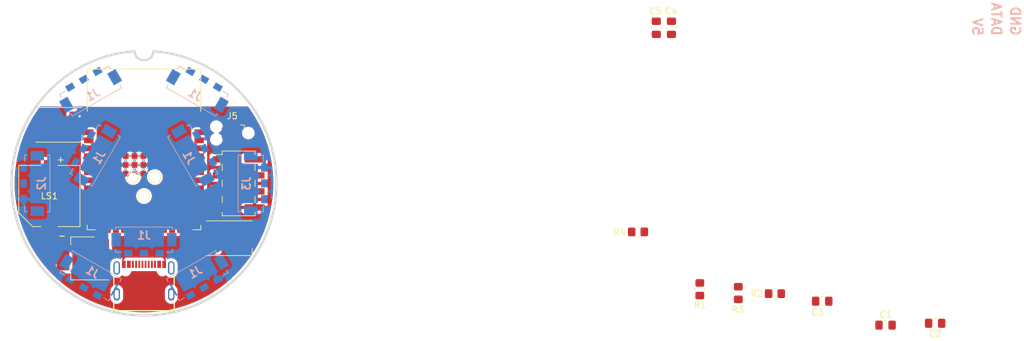
<source format=kicad_pcb>
(kicad_pcb (version 20211014) (generator pcbnew)

  (general
    (thickness 1.6)
  )

  (paper "A4")
  (layers
    (0 "F.Cu" signal)
    (31 "B.Cu" signal)
    (32 "B.Adhes" user "B.Adhesive")
    (33 "F.Adhes" user "F.Adhesive")
    (34 "B.Paste" user)
    (35 "F.Paste" user)
    (36 "B.SilkS" user "B.Silkscreen")
    (37 "F.SilkS" user "F.Silkscreen")
    (38 "B.Mask" user)
    (39 "F.Mask" user)
    (40 "Dwgs.User" user "User.Drawings")
    (41 "Cmts.User" user "User.Comments")
    (42 "Eco1.User" user "User.Eco1")
    (43 "Eco2.User" user "User.Eco2")
    (44 "Edge.Cuts" user)
    (45 "Margin" user)
    (46 "B.CrtYd" user "B.Courtyard")
    (47 "F.CrtYd" user "F.Courtyard")
    (48 "B.Fab" user)
    (49 "F.Fab" user)
    (50 "User.1" user)
    (51 "User.2" user)
    (52 "User.3" user)
    (53 "User.4" user)
    (54 "User.5" user)
    (55 "User.6" user)
    (56 "User.7" user)
    (57 "User.8" user)
    (58 "User.9" user)
  )

  (setup
    (stackup
      (layer "F.SilkS" (type "Top Silk Screen"))
      (layer "F.Paste" (type "Top Solder Paste"))
      (layer "F.Mask" (type "Top Solder Mask") (thickness 0.01))
      (layer "F.Cu" (type "copper") (thickness 0.035))
      (layer "dielectric 1" (type "core") (thickness 1.51) (material "FR4") (epsilon_r 4.5) (loss_tangent 0.02))
      (layer "B.Cu" (type "copper") (thickness 0.035))
      (layer "B.Mask" (type "Bottom Solder Mask") (thickness 0.01))
      (layer "B.Paste" (type "Bottom Solder Paste"))
      (layer "B.SilkS" (type "Bottom Silk Screen"))
      (copper_finish "None")
      (dielectric_constraints no)
    )
    (pad_to_mask_clearance 0)
    (pcbplotparams
      (layerselection 0x00010fc_ffffffff)
      (disableapertmacros false)
      (usegerberextensions false)
      (usegerberattributes true)
      (usegerberadvancedattributes true)
      (creategerberjobfile true)
      (svguseinch false)
      (svgprecision 6)
      (excludeedgelayer true)
      (plotframeref false)
      (viasonmask false)
      (mode 1)
      (useauxorigin false)
      (hpglpennumber 1)
      (hpglpenspeed 20)
      (hpglpendiameter 15.000000)
      (dxfpolygonmode true)
      (dxfimperialunits true)
      (dxfusepcbnewfont true)
      (psnegative false)
      (psa4output false)
      (plotreference true)
      (plotvalue true)
      (plotinvisibletext false)
      (sketchpadsonfab false)
      (subtractmaskfromsilk false)
      (outputformat 1)
      (mirror false)
      (drillshape 0)
      (scaleselection 1)
      (outputdirectory "gerber/")
    )
  )

  (net 0 "")
  (net 1 "+5V")
  (net 2 "GND")
  (net 3 "+3V3")
  (net 4 "ESP_EN")
  (net 5 "WS2812_LED")
  (net 6 "ESP_TX")
  (net 7 "ESP_RX")
  (net 8 "ESP_IO0")
  (net 9 "ESP_D+")
  (net 10 "USB_D+")
  (net 11 "ESP_D-")
  (net 12 "USB_D-")
  (net 13 "Net-(J4-PadB5)")
  (net 14 "Net-(J4-PadS1)")
  (net 15 "Net-(J4-PadA5)")
  (net 16 "unconnected-(J4-PadA8)")
  (net 17 "unconnected-(J4-PadB8)")
  (net 18 "BUZZER")
  (net 19 "unconnected-(U2-Pad4)")
  (net 20 "unconnected-(U2-Pad5)")
  (net 21 "unconnected-(U2-Pad6)")
  (net 22 "unconnected-(U2-Pad7)")
  (net 23 "unconnected-(U2-Pad8)")
  (net 24 "unconnected-(U2-Pad9)")
  (net 25 "LED")
  (net 26 "unconnected-(U2-Pad11)")
  (net 27 "unconnected-(U2-Pad12)")
  (net 28 "unconnected-(U2-Pad15)")
  (net 29 "unconnected-(U2-Pad16)")
  (net 30 "unconnected-(U2-Pad17)")
  (net 31 "unconnected-(U2-Pad18)")
  (net 32 "unconnected-(U2-Pad19)")
  (net 33 "unconnected-(U2-Pad20)")
  (net 34 "unconnected-(U2-Pad21)")
  (net 35 "unconnected-(U2-Pad22)")
  (net 36 "unconnected-(U2-Pad24)")
  (net 37 "unconnected-(U2-Pad26)")
  (net 38 "unconnected-(U2-Pad28)")
  (net 39 "unconnected-(U2-Pad29)")
  (net 40 "unconnected-(U2-Pad30)")
  (net 41 "unconnected-(U2-Pad31)")
  (net 42 "unconnected-(U2-Pad32)")
  (net 43 "unconnected-(U2-Pad33)")
  (net 44 "unconnected-(U2-Pad34)")
  (net 45 "unconnected-(U2-Pad35)")
  (net 46 "unconnected-(U2-Pad38)")
  (net 47 "unconnected-(U2-Pad39)")
  (net 48 "unconnected-(D2-Pad2)")
  (net 49 "unconnected-(J7-Pad3)")
  (net 50 "unconnected-(J7-Pad4)")
  (net 51 "unconnected-(J7-Pad5)")
  (net 52 "unconnected-(J7-Pad6)")
  (net 53 "unconnected-(J7-Pad7)")
  (net 54 "unconnected-(D1-Pad2)")

  (footprint "LED_SMD:LED_WS2812B_PLCC4_5.0x5.0mm_P3.2mm" (layer "F.Cu") (at 63.5 58.7))

  (footprint "TestPoint:TestPoint_Pad_D1.5mm" (layer "F.Cu") (at 51.73 49))

  (footprint "TestPoint:TestPoint_Pad_D1.5mm" (layer "F.Cu") (at 48.27 49))

  (footprint "Resistor_SMD:R_0805_2012Metric_Pad1.20x1.40mm_HandSolder" (layer "F.Cu") (at 150 67.5 180))

  (footprint "CMI-9705-0380-SMT-TR:CUI_CMI-9705-0380-SMT-TR" (layer "F.Cu") (at 35 52))

  (footprint "AMS1117:SOT-223-3Lead_TabPin2" (layer "F.Cu") (at 40.3 61.9 180))

  (footprint "Capacitor_SMD:C_0805_2012Metric_Pad1.18x1.45mm_HandSolder" (layer "F.Cu") (at 157.5 68.7))

  (footprint "Resistor_SMD:R_0805_2012Metric_Pad1.20x1.40mm_HandSolder" (layer "F.Cu") (at 144.2 67.4 -90))

  (footprint "Connector_PinHeader_2.54mm:PinHeader_2x04_P2.54mm_Vertical_SMD" (layer "F.Cu") (at 65 50))

  (footprint "Capacitor_SMD:C_0805_2012Metric_Pad1.18x1.45mm_HandSolder" (layer "F.Cu") (at 131.2 25.3 90))

  (footprint "LED_SMD:LED_WS2812B_PLCC4_5.0x5.0mm_P3.2mm" (layer "F.Cu") (at 36.5 40.7))

  (footprint "Connector:Tag-Connect_TC2030-IDC-NL_2x03_P1.27mm_Vertical" (layer "F.Cu") (at 64 42 180))

  (footprint "ESP32-S3:XCVR_ESP32-S3-WROOM-1-N16R2" (layer "F.Cu") (at 50 44.6))

  (footprint "Resistor_SMD:R_0805_2012Metric_Pad1.20x1.40mm_HandSolder" (layer "F.Cu") (at 128.3 57.7 180))

  (footprint "USB:GCT_USB4105-GF-A" (layer "F.Cu") (at 50 67.6))

  (footprint "Capacitor_SMD:C_0805_2012Metric_Pad1.18x1.45mm_HandSolder" (layer "F.Cu") (at 175.4 72.2 180))

  (footprint "TestPoint:TestPoint_Pad_D1.5mm" (layer "F.Cu") (at 50 52))

  (footprint "Resistor_SMD:R_0805_2012Metric_Pad1.20x1.40mm_HandSolder" (layer "F.Cu") (at 138.1 66.8 -90))

  (footprint "Capacitor_SMD:C_0805_2012Metric_Pad1.18x1.45mm_HandSolder" (layer "F.Cu") (at 133.6 25.3 90))

  (footprint "Capacitor_SMD:C_0805_2012Metric_Pad1.18x1.45mm_HandSolder" (layer "F.Cu") (at 167.5375 72.5))

  (footprint "KYOCERA:009155003541006" (layer "B.Cu") (at 43.07 46 -120))

  (footprint "KYOCERA:009155003541006" (layer "B.Cu") (at 50 58))

  (footprint "KYOCERA:009155003541006" (layer "B.Cu") (at 58 63.86 30))

  (footprint "KYOCERA:009155003541006" (layer "B.Cu") (at 42 63.86 -30))

  (footprint "KYOCERA:009155003541006" (layer "B.Cu") (at 66 50 90))

  (footprint "KYOCERA:009155003541006" (layer "B.Cu") (at 56.93 46 120))

  (footprint "KYOCERA:009155003541006" (layer "B.Cu") (at 58 36.14 150))

  (footprint "KYOCERA:009155003541006" (layer "B.Cu") (at 42 36.14 -150))

  (footprint "KYOCERA:009155003541006" (layer "B.Cu") (at 34 50 -90))

  (gr_curve (pts (xy 51.494084 29.029381) (xy 51.462519 29.829935) (xy 50.808295 30.470615) (xy 50.000011 30.470615)) (layer "Edge.Cuts") (width 0.35) (tstamp 02025f0d-2c36-4e8a-b2f2-bd209884a171))
  (gr_curve (pts (xy 71 49.970609) (xy 71 38.875572) (xy 62.393957 29.796475) (xy 51.494084 29.029381)) (layer "Edge.Cuts") (width 0.35) (tstamp 15e7e8ae-30f8-4ab4-8598-527b01c57ead))
  (gr_curve (pts (xy 29.000001 49.970609) (xy 29.000001 61.568588) (xy 38.402011 70.970619) (xy 50.000011 70.970619)) (layer "Edge.Cuts") (width 0.35) (tstamp 2fe86075-1652-4a57-add0-6a0d4ccd3bba))
  (gr_curve (pts (xy 50.000011 70.970619) (xy 61.59799 70.970619) (xy 71 61.568588) (xy 71 49.970609)) (layer "Edge.Cuts") (width 0.35) (tstamp 6f5105ac-cf26-4982-b835-feffb12fc1cd))
  (gr_curve (pts (xy 48.505916 29.029381) (xy 37.606022 29.796475) (xy 29.000001 38.875572) (xy 29.000001 49.970609)) (layer "Edge.Cuts") (width 0.35) (tstamp 83454dc4-d07d-4169-b1b5-ccfdc401f507))
  (gr_curve (pts (xy 50.000011 30.470615) (xy 49.191706 30.470615) (xy 48.537482 29.829935) (xy 48.505916 29.029381)) (layer "Edge.Cuts") (width 0.35) (tstamp ae5e877b-644d-456e-b5ef-1a64fc0b52f5))
  (gr_text "DATA" (at 185.1 26.7 270) (layer "B.SilkS") (tstamp 71347679-6d00-4bdf-82a7-292868af630f)
    (effects (font (size 1.5 1.5) (thickness 0.3)) (justify left mirror))
  )
  (gr_text "GND" (at 188.1 26.7 270) (layer "B.SilkS") (tstamp b78bfc8f-0469-4499-ad41-c131461c3c5d)
    (effects (font (size 1.5 1.5) (thickness 0.3)) (justify left mirror))
  )
  (gr_text "5V" (at 182.1 26.7 270) (layer "B.SilkS") (tstamp fcb97466-92b0-4979-a8fb-7f5018f5491e)
    (effects (font (size 1.5 1.5) (thickness 0.3)) (justify left mirror))
  )

  (zone (net 0) (net_name "") (layers F&B.Cu) (tstamp 93283442-4555-4a84-8d08-694702b03027) (hatch edge 0.508)
    (connect_pads (clearance 0))
    (min_thickness 0.254)
    (keepout (tracks not_allowed) (vias not_allowed) (pads not_allowed ) (copperpour not_allowed) (footprints allowed))
    (fill (thermal_gap 0.508) (thermal_bridge_width 0.508))
    (polygon
      (pts
        (xy 67.86 37.8)
        (xy 32.3 37.8)
        (xy 32.3 25.1)
        (xy 67.86 25.1)
      )
    )
  )
  (zone (net 2) (net_name "GND") (layers F&B.Cu) (tstamp af07ad03-77c3-404e-aae1-ec1984d81dc7) (hatch edge 0.508)
    (connect_pads (clearance 0.508))
    (min_thickness 0.254) (filled_areas_thickness no)
    (fill yes (thermal_gap 0.508) (thermal_bridge_width 0.508))
    (polygon
      (pts
        (xy 72.897065 73.721504)
        (xy 27.177065 73.721504)
        (xy 27.177065 25.461504)
        (xy 72.897065 25.461504)
      )
    )
    (filled_polygon
      (layer "F.Cu")
      (pts
        (xy 40.971216 37.820002)
        (xy 40.985607 37.830775)
        (xy 41 37.843247)
        (xy 41 37.85)
        (xy 59 37.85)
        (xy 59 37.842774)
        (xy 59.058615 37.805104)
        (xy 59.094114 37.8)
        (xy 66.414619 37.8)
        (xy 66.48274 37.820002)
        (xy 66.515813 37.850928)
        (xy 66.745138 38.160051)
        (xy 66.748478 38.164776)
        (xy 67.272168 38.942961)
        (xy 67.275298 38.947852)
        (xy 67.358272 39.084329)
        (xy 67.763506 39.750865)
        (xy 67.766407 39.755896)
        (xy 68.218001 40.582589)
        (xy 68.22069 40.587795)
        (xy 68.634563 41.437053)
        (xy 68.637019 41.442406)
        (xy 68.770135 41.751454)
        (xy 68.860358 41.960919)
        (xy 69.012071 42.313144)
        (xy 69.014283 42.318631)
        (xy 69.329219 43.156081)
        (xy 69.349398 43.20974)
        (xy 69.351359 43.215354)
        (xy 69.645421 44.125719)
        (xy 69.647124 44.131453)
        (xy 69.896832 45.05191)
        (xy 69.899031 45.060017)
        (xy 69.900464 45.06585)
        (xy 70.109078 46.011435)
        (xy 70.110237 46.017358)
        (xy 70.269433 46.949528)
        (xy 70.274469 46.979017)
        (xy 70.275344 46.985012)
        (xy 70.311202 47.279994)
        (xy 70.394052 47.961569)
        (xy 70.394641 47.96763)
        (xy 70.450219 48.731531)
        (xy 70.46597 48.948023)
        (xy 70.466705 48.958132)
        (xy 70.467 48.964227)
        (xy 70.491269 49.967212)
        (xy 70.491266 49.973445)
        (xy 70.464743 51.022351)
        (xy 70.46442 51.028719)
        (xy 70.425141 51.545283)
        (xy 70.393156 51.965917)
        (xy 70.385758 52.063203)
        (xy 70.385117 52.069522)
        (xy 70.366602 52.215229)
        (xy 70.255603 53.088751)
        (xy 70.254646 53.095019)
        (xy 70.132788 53.777386)
        (xy 70.078414 54.081866)
        (xy 70.075568 54.097801)
        (xy 70.074305 54.103977)
        (xy 69.846948 55.089066)
        (xy 69.845383 55.095149)
        (xy 69.571021 56.061321)
        (xy 69.569166 56.067286)
        (xy 69.249063 57.013323)
        (xy 69.246928 57.019156)
        (xy 68.882359 57.943784)
        (xy 68.879955 57.949467)
        (xy 68.787794 58.153324)
        (xy 68.472195 58.851412)
        (xy 68.46953 58.856945)
        (xy 68.019836 59.73496)
        (xy 68.01692 59.740328)
        (xy 67.52657 60.593131)
        (xy 67.523413 60.598327)
        (xy 67.440074 60.728325)
        (xy 67.386471 60.774878)
        (xy 67.316208 60.785061)
        (xy 67.251594 60.75564)
        (xy 67.213144 60.695957)
        (xy 67.208 60.660323)
        (xy 67.208 60.572115)
        (xy 67.203525 60.556876)
        (xy 67.202135 60.555671)
        (xy 67.194452 60.554)
        (xy 66.222115 60.554)
        (xy 66.206876 60.558475)
        (xy 66.205671 60.559865)
        (xy 66.204 60.567548)
        (xy 66.204 61.289884)
        (xy 66.208475 61.305123)
        (xy 66.209865 61.306328)
        (xy 66.217548 61.307999)
        (xy 66.744669 61.307999)
        (xy 66.75149 61.307629)
        (xy 66.802354 61.302105)
        (xy 66.811637 61.299898)
        (xy 66.882537 61.303601)
        (xy 66.940179 61.345048)
        (xy 66.966263 61.41108)
        (xy 66.952507 61.480731)
        (xy 66.943464 61.495501)
        (xy 66.74015 61.78141)
        (xy 66.42247 62.228147)
        (xy 66.422464 62.228155)
        (xy 66.418855 62.232981)
        (xy 65.835861 62.974852)
        (xy 65.814191 63.002428)
        (xy 65.810363 63.007067)
        (xy 65.632893 63.211946)
        (xy 65.170151 63.746153)
        (xy 65.166108 63.750602)
        (xy 64.491638 64.458032)
        (xy 64.487389 64.46228)
        (xy 63.780015 65.136698)
        (xy 63.775566 65.140742)
        (xy 63.036479 65.780957)
        (xy 63.031835 65.784789)
        (xy 62.262376 66.389464)
        (xy 62.257543 66.393078)
        (xy 61.850652 66.682425)
        (xy 61.459043 66.960905)
        (xy 61.454058 66.964273)
        (xy 60.917034 67.308553)
        (xy 60.627715 67.494032)
        (xy 60.622518 67.497189)
        (xy 59.769723 67.987536)
        (xy 59.764355 67.990452)
        (xy 59.439618 68.156773)
        (xy 58.994282 68.384861)
        (xy 58.886345 68.440143)
        (xy 58.880821 68.442804)
        (xy 57.978835 68.850585)
        (xy 57.973179 68.852976)
        (xy 57.04855 69.217547)
        (xy 57.042747 69.219672)
        (xy 56.811871 69.297792)
        (xy 56.096686 69.539783)
        (xy 56.090721 69.541638)
        (xy 55.124527 69.816006)
        (xy 55.118444 69.81757)
        (xy 54.133406 70.044916)
        (xy 54.127221 70.046182)
        (xy 53.124408 70.225266)
        (xy 53.11814 70.226223)
        (xy 52.445735 70.311666)
        (xy 52.098918 70.355736)
        (xy 52.09261 70.356376)
        (xy 51.648468 70.390149)
        (xy 51.058136 70.435038)
        (xy 51.051767 70.435361)
        (xy 50.003184 70.461875)
        (xy 49.996814 70.461875)
        (xy 48.948265 70.435362)
        (xy 48.941897 70.435039)
        (xy 48.011529 70.364294)
        (xy 47.907412 70.356377)
        (xy 47.901084 70.355735)
        (xy 46.881846 70.226219)
        (xy 46.875614 70.225268)
        (xy 46.308083 70.123917)
        (xy 45.872794 70.046182)
        (xy 45.866609 70.044916)
        (xy 44.881565 69.817569)
        (xy 44.875482 69.816005)
        (xy 43.909295 69.54164)
        (xy 43.903329 69.539785)
        (xy 42.957288 69.21968)
        (xy 42.951456 69.217545)
        (xy 42.255303 68.943061)
        (xy 42.02683 68.852977)
        (xy 42.021158 68.850578)
        (xy 41.119203 68.442813)
        (xy 41.113674 68.440149)
        (xy 40.546714 68.149769)
        (xy 44.6715 68.149769)
        (xy 44.6718 68.152825)
        (xy 44.6718 68.152832)
        (xy 44.67253 68.160273)
        (xy 44.68592 68.296833)
        (xy 44.687702 68.302734)
        (xy 44.687702 68.302736)
        (xy 44.709838 68.376053)
        (xy 44.743084 68.486169)
        (xy 44.835934 68.660796)
        (xy 44.906291 68.747062)
        (xy 44.95704 68.809287)
        (xy 44.957043 68.80929)
        (xy 44.960935 68.814062)
        (xy 44.965682 68.817989)
        (xy 44.965684 68.817991)
        (xy 45.108575 68.936201)
        (xy 45.108579 68.936203)
        (xy 45.113325 68.94013)
        (xy 45.287299 69.034198)
        (xy 45.476232 69.092682)
        (xy 45.482357 69.093326)
        (xy 45.482358 69.093326)
        (xy 45.666796 69.112711)
        (xy 45.666798 69.112711)
        (xy 45.672925 69.113355)
        (xy 45.755424 69.105847)
        (xy 45.863749 69.095989)
        (xy 45.863752 69.095988)
        (xy 45.869888 69.09543)
        (xy 45.875794 69.093692)
        (xy 45.875798 69.093691)
        (xy 45.980924 69.062751)
        (xy 46.059619 69.03959)
        (xy 46.065077 69.036737)
        (xy 46.065081 69.036735)
        (xy 46.155853 68.98928)
        (xy 46.23489 68.94796)
        (xy 46.389025 68.824032)
        (xy 46.516154 68.672526)
        (xy 46.519121 68.667128)
        (xy 46.519125 68.667123)
        (xy 46.608467 68.504608)
        (xy 46.611433 68.499213)
        (xy 46.613846 68.491608)
        (xy 46.669373 68.316564)
        (xy 46.669373 68.316563)
        (xy 46.671235 68.310694)
        (xy 46.6885 68.156773)
        (xy 46.6885 68.149769)
        (xy 53.3115 68.149769)
        (xy 53.3118 68.152825)
        (xy 53.3118 68.152832)
        (xy 53.31253 68.160273)
        (xy 53.32592 68.296833)
        (xy 53.327702 68.302734)
        (xy 53.327702 68.302736)
        (xy 53.349838 68.376053)
        (xy 53.383084 68.486169)
        (xy 53.475934 68.660796)
        (xy 53.546291 68.747062)
        (xy 53.59704 68.809287)
        (xy 53.597043 68.80929)
        (xy 53.600935 68.814062)
        (xy 53.605682 68.817989)
        (xy 53.605684 68.817991)
        (xy 53.748575 68.936201)
        (xy 53.748579 68.936203)
        (xy 53.753325 68.94013)
        (xy 53.927299 69.034198)
        (xy 54.116232 69.092682)
        (xy 54.122357 69.093326)
        (xy 54.122358 69.093326)
        (xy 54.306796 69.112711)
        (xy 54.306798 69.112711)
        (xy 54.312925 69.113355)
        (xy 54.395424 69.105847)
        (xy 54.503749 69.095989)
        (xy 54.503752 69.095988)
        (xy 54.509888 69.09543)
        (xy 54.515794 69.093692)
        (xy 54.515798 69.093691)
        (xy 54.620924 69.062751)
        (xy 54.699619 69.03959)
        (xy 54.705077 69.036737)
        (xy 54.705081 69.036735)
        (xy 54.795853 68.98928)
        (xy 54.87489 68.94796)
        (xy 55.029025 68.824032)
        (xy 55.156154 68.672526)
        (xy 55.159121 68.667128)
        (xy 55.159125 68.667123)
        (xy 55.248467 68.504608)
        (xy 55.251433 68.499213)
        (xy 55.253846 68.491608)
        (xy 55.309373 68.316564)
        (xy 55.309373 68.316563)
        (xy 55.311235 68.310694)
        (xy 55.3285 68.156773)
        (xy 55.3285 67.050231)
        (xy 55.327814 67.043227)
        (xy 55.314681 66.909301)
        (xy 55.31408 66.903167)
        (xy 55.256916 66.713831)
        (xy 55.164066 66.539204)
        (xy 55.093709 66.452938)
        (xy 55.04296 66.390713)
        (xy 55.042957 66.39071)
        (xy 55.039065 66.385938)
        (xy 55.032724 66.380692)
        (xy 54.891425 66.263799)
        (xy 54.891421 66.263797)
        (xy 54.886675 66.25987)
        (xy 54.712701 66.165802)
        (xy 54.523768 66.107318)
        (xy 54.517643 66.106674)
        (xy 54.517642 66.106674)
        (xy 54.333204 66.087289)
        (xy 54.333202 66.087289)
        (xy 54.327075 66.086645)
        (xy 54.244576 66.094153)
        (xy 54.136251 66.104011)
        (xy 54.136248 66.104012)
        (xy 54.130112 66.10457)
        (xy 54.124206 66.106308)
        (xy 54.124202 66.106309)
        (xy 54.019076 66.137249)
        (xy 53.940381 66.16041)
        (xy 53.934923 66.163263)
        (xy 53.934919 66.163265)
        (xy 53.844147 66.21072)
        (xy 53.76511 66.25204)
        (xy 53.610975 66.375968)
        (xy 53.607011 66.380692)
        (xy 53.596618 66.393078)
        (xy 53.483846 66.527474)
        (xy 53.480879 66.532872)
        (xy 53.480875 66.532877)
        (xy 53.402095 66.67618)
        (xy 53.388567 66.700787)
        (xy 53.386706 66.706654)
        (xy 53.386705 66.706656)
        (xy 53.330627 66.883436)
        (xy 53.328765 66.889306)
        (xy 53.3115 67.043227)
        (xy 53.3115 68.149769)
        (xy 46.6885 68.149769)
        (xy 46.6885 67.050231)
        (xy 46.687814 67.043227)
        (xy 46.674681 66.909301)
        (xy 46.67408 66.903167)
        (xy 46.616916 66.713831)
        (xy 46.524066 66.539204)
        (xy 46.453709 66.452938)
        (xy 46.40296 66.390713)
        (xy 46.402957 66.39071)
        (xy 46.399065 66.385938)
        (xy 46.392724 66.380692)
        (xy 46.251425 66.263799)
        (xy 46.251421 66.263797)
        (xy 46.246675 66.25987)
        (xy 46.072701 66.165802)
        (xy 45.883768 66.107318)
        (xy 45.877643 66.106674)
        (xy 45.877642 66.106674)
        (xy 45.693204 66.087289)
        (xy 45.693202 66.087289)
        (xy 45.687075 66.086645)
        (xy 45.604576 66.094153)
        (xy 45.496251 66.104011)
        (xy 45.496248 66.104012)
        (xy 45.490112 66.10457)
        (xy 45.484206 66.106308)
        (xy 45.484202 66.106309)
        (xy 45.379076 66.137249)
        (xy 45.300381 66.16041)
        (xy 45.294923 66.163263)
        (xy 45.294919 66.163265)
        (xy 45.204147 66.21072)
        (xy 45.12511 66.25204)
        (xy 44.970975 66.375968)
        (xy 44.967011 66.380692)
        (xy 44.956618 66.393078)
        (xy 44.843846 66.527474)
        (xy 44.840879 66.532872)
        (xy 44.840875 66.532877)
        (xy 44.762095 66.67618)
        (xy 44.748567 66.700787)
        (xy 44.746706 66.706654)
        (xy 44.746705 66.706656)
        (xy 44.690627 66.883436)
        (xy 44.688765 66.889306)
        (xy 44.6715 67.043227)
        (xy 44.6715 68.149769)
        (xy 40.546714 68.149769)
        (xy 40.235652 67.990452)
        (xy 40.230284 67.987536)
        (xy 39.377483 67.497185)
        (xy 39.372286 67.494028)
        (xy 38.545959 66.96428)
        (xy 38.540942 66.96089)
        (xy 37.742448 66.393069)
        (xy 37.737615 66.389455)
        (xy 37.449785 66.163265)
        (xy 36.968157 65.784781)
        (xy 36.963518 65.780953)
        (xy 36.224447 65.140751)
        (xy 36.219998 65.136707)
        (xy 36.071019 64.994669)
        (xy 41.942001 64.994669)
        (xy 41.942371 65.00149)
        (xy 41.947895 65.052352)
        (xy 41.951521 65.067604)
        (xy 41.996676 65.188054)
        (xy 42.005214 65.203649)
        (xy 42.081715 65.305724)
        (xy 42.094276 65.318285)
        (xy 42.196351 65.394786)
        (xy 42.211946 65.403324)
        (xy 42.332394 65.448478)
        (xy 42.347649 65.452105)
        (xy 42.398514 65.457631)
        (xy 42.405328 65.458)
        (xy 43.177885 65.458)
        (xy 43.193124 65.453525)
        (xy 43.194329 65.452135)
        (xy 43.196 65.444452)
        (xy 43.196 64.472115)
        (xy 43.191525 64.456876)
        (xy 43.190135 64.455671)
        (xy 43.182452 64.454)
        (xy 41.960116 64.454)
        (xy 41.944877 64.458475)
        (xy 41.943672 64.459865)
        (xy 41.942001 64.467548)
        (xy 41.942001 64.994669)
        (xy 36.071019 64.994669)
        (xy 35.512604 64.46227)
        (xy 35.508355 64.458022)
        (xy 34.926882 63.848134)
        (xy 35.6415 63.848134)
        (xy 35.648255 63.910316)
        (xy 35.699385 64.046705)
        (xy 35.786739 64.163261)
        (xy 35.903295 64.250615)
        (xy 36.039684 64.301745)
        (xy 36.101866 64.3085)
        (xy 38.198134 64.3085)
        (xy 38.260316 64.301745)
        (xy 38.396705 64.250615)
        (xy 38.513261 64.163261)
        (xy 38.600615 64.046705)
        (xy 38.651745 63.910316)
        (xy 38.6585 63.848134)
        (xy 38.6585 59.951866)
        (xy 38.651745 59.889684)
        (xy 38.600615 59.753295)
        (xy 38.513261 59.636739)
        (xy 38.396705 59.549385)
        (xy 38.260316 59.498255)
        (xy 38.198134 59.4915)
        (xy 36.101866 59.4915)
        (xy 36.039684 59.498255)
        (xy 35.903295 59.549385)
        (xy 35.786739 59.636739)
        (xy 35.699385 59.753295)
        (xy 35.648255 59.889684)
        (xy 35.6415 59.951866)
        (xy 35.6415 63.848134)
        (xy 34.926882 63.848134)
        (xy 34.833894 63.750602)
        (xy 34.829851 63.746153)
        (xy 34.189665 63.007097)
        (xy 34.185833 63.002454)
        (xy 33.618038 62.279926)
        (xy 33.581143 62.232977)
        (xy 33.577532 62.228147)
        (xy 33.539897 62.175222)
        (xy 33.369656 61.935822)
        (xy 33.00972 61.429662)
        (xy 33.00633 61.424645)
        (xy 32.6766 60.910316)
        (xy 32.476572 60.598303)
        (xy 32.473421 60.593116)
        (xy 32.452584 60.556876)
        (xy 32.157183 60.043124)
        (xy 31.983079 59.740327)
        (xy 31.980163 59.734959)
        (xy 31.530467 58.856936)
        (xy 31.527802 58.851404)
        (xy 31.480846 58.74754)
        (xy 31.120031 57.949436)
        (xy 31.117634 57.943768)
        (xy 31.079364 57.846705)
        (xy 31.039133 57.744669)
        (xy 33.642001 57.744669)
        (xy 33.642371 57.75149)
        (xy 33.647895 57.802352)
        (xy 33.651521 57.817604)
        (xy 33.696676 57.938054)
        (xy 33.705214 57.953649)
        (xy 33.781715 58.055724)
        (xy 33.794276 58.068285)
        (xy 33.896351 58.144786)
        (xy 33.911946 58.153324)
        (xy 34.032394 58.198478)
        (xy 34.047649 58.202105)
        (xy 34.098514 58.207631)
        (xy 34.105328 58.208)
        (xy 34.727885 58.208)
        (xy 34.743124 58.203525)
        (xy 34.744329 58.202135)
        (xy 34.746 58.194452)
        (xy 34.746 58.189884)
        (xy 35.254 58.189884)
        (xy 35.258475 58.205123)
        (xy 35.259865 58.206328)
        (xy 35.267548 58.207999)
        (xy 35.894669 58.207999)
        (xy 35.90149 58.207629)
        (xy 35.952352 58.202105)
        (xy 35.967604 58.198479)
        (xy 36.088054 58.153324)
        (xy 36.103649 58.144786)
        (xy 36.205724 58.068285)
        (xy 36.218285 58.055724)
        (xy 36.294786 57.953649)
        (xy 36.303324 57.938054)
        (xy 36.348478 57.817606)
        (xy 36.352105 57.802351)
        (xy 36.357631 57.751486)
        (xy 36.358 57.744672)
        (xy 36.358 57.222115)
        (xy 36.353525 57.206876)
        (xy 36.352135 57.205671)
        (xy 36.344452 57.204)
        (xy 35.272115 57.204)
        (xy 35.256876 57.208475)
        (xy 35.255671 57.209865)
        (xy 35.254 57.217548)
        (xy 35.254 58.189884)
        (xy 34.746 58.189884)
        (xy 34.746 57.222115)
        (xy 34.741525 57.206876)
        (xy 34.740135 57.205671)
        (xy 34.732452 57.204)
        (xy 33.660116 57.204)
        (xy 33.644877 57.208475)
        (xy 33.643672 57.209865)
        (xy 33.642001 57.217548)
        (xy 33.642001 57.744669)
        (xy 31.039133 57.744669)
        (xy 30.827088 57.206876)
        (xy 30.753075 57.019163)
        (xy 30.75094 57.013331)
        (xy 30.637438 56.677885)
        (xy 33.642 56.677885)
        (xy 33.646475 56.693124)
        (xy 33.647865 56.694329)
        (xy 33.655548 56.696)
        (xy 34.727885 56.696)
        (xy 34.743124 56.691525)
        (xy 34.744329 56.690135)
        (xy 34.746 56.682452)
        (xy 34.746 56.677885)
        (xy 35.254 56.677885)
        (xy 35.258475 56.693124)
        (xy 35.259865 56.694329)
        (xy 35.267548 56.696)
        (xy 36.339884 56.696)
        (xy 36.355123 56.691525)
        (xy 36.356328 56.690135)
        (xy 36.357999 56.682452)
        (xy 36.357999 56.155331)
        (xy 36.357629 56.14851)
        (xy 36.352105 56.097648)
        (xy 36.348479 56.082396)
        (xy 36.303324 55.961946)
        (xy 36.294786 55.946351)
        (xy 36.218285 55.844276)
        (xy 36.205724 55.831715)
        (xy 36.103649 55.755214)
        (xy 36.088054 55.746676)
        (xy 35.967606 55.701522)
        (xy 35.952351 55.697895)
        (xy 35.901486 55.692369)
        (xy 35.894672 55.692)
        (xy 35.272115 55.692)
        (xy 35.256876 55.696475)
        (xy 35.255671 55.697865)
        (xy 35.254 55.705548)
        (xy 35.254 56.677885)
        (xy 34.746 56.677885)
        (xy 34.746 55.710116)
        (xy 34.741525 55.694877)
        (xy 34.740135 55.693672)
        (xy 34.732452 55.692001)
        (xy 34.105331 55.692001)
        (xy 34.09851 55.692371)
        (xy 34.047648 55.697895)
        (xy 34.032396 55.701521)
        (xy 33.911946 55.746676)
        (xy 33.896351 55.755214)
        (xy 33.794276 55.831715)
        (xy 33.781715 55.844276)
        (xy 33.705214 55.946351)
        (xy 33.696676 55.961946)
        (xy 33.651522 56.082394)
        (xy 33.647895 56.097649)
        (xy 33.642369 56.148514)
        (xy 33.642 56.155328)
        (xy 33.642 56.677885)
        (xy 30.637438 56.677885)
        (xy 30.430834 56.067287)
        (xy 30.428979 56.061321)
        (xy 30.209859 55.289684)
        (xy 30.154614 55.095137)
        (xy 30.15305 55.089059)
        (xy 30.14974 55.074717)
        (xy 29.925696 54.103983)
        (xy 29.924433 54.097807)
        (xy 29.922197 54.085283)
        (xy 29.827163 53.553124)
        (xy 29.745352 53.095005)
        (xy 29.744395 53.088737)
        (xy 29.640688 52.272598)
        (xy 29.614883 52.06952)
        (xy 29.614242 52.063201)
        (xy 29.612879 52.045268)
        (xy 29.579204 51.602422)
        (xy 29.535581 51.028734)
        (xy 29.535258 51.022366)
        (xy 29.508736 49.973432)
        (xy 29.508733 49.967199)
        (xy 29.533 48.964227)
        (xy 29.533295 48.958132)
        (xy 29.534031 48.948023)
        (xy 29.543679 48.815411)
        (xy 29.605359 47.967631)
        (xy 29.605948 47.96157)
        (xy 29.619737 47.848134)
        (xy 33.6415 47.848134)
        (xy 33.648255 47.910316)
        (xy 33.699385 48.046705)
        (xy 33.786739 48.163261)
        (xy 33.903295 48.250615)
        (xy 34.039684 48.301745)
        (xy 34.101866 48.3085)
        (xy 35.898134 48.3085)
        (xy 35.960316 48.301745)
        (xy 36.096705 48.250615)
        (xy 36.213261 48.163261)
        (xy 36.300615 48.046705)
        (xy 36.351745 47.910316)
        (xy 36.3585 47.848134)
        (xy 36.3585 46.251866)
        (xy 36.351745 46.189684)
        (xy 36.300615 46.053295)
        (xy 36.213261 45.936739)
        (xy 36.096705 45.849385)
        (xy 35.960316 45.798255)
        (xy 35.898134 45.7915)
        (xy 34.101866 45.7915)
        (xy 34.039684 45.798255)
        (xy 33.903295 45.849385)
        (xy 33.786739 45.936739)
        (xy 33.699385 46.053295)
        (xy 33.648255 46.189684)
        (xy 33.6415 46.251866)
        (xy 33.6415 47.848134)
        (xy 29.619737 47.848134)
        (xy 29.685206 47.309543)
        (xy 29.724656 46.985)
        (xy 29.725531 46.97901)
        (xy 29.730742 46.948502)
        (xy 29.889762 46.017356)
        (xy 29.890921 46.011433)
        (xy 29.912048 45.915671)
        (xy 30.099534 45.065851)
        (xy 30.100967 45.060018)
        (xy 30.100968 45.060017)
        (xy 30.352872 44.131458)
        (xy 30.354575 44.125724)
        (xy 30.388821 44.019704)
        (xy 30.648639 43.215355)
        (xy 30.6506 43.209742)
        (xy 30.786587 42.848134)
        (xy 32.7915 42.848134)
        (xy 32.798255 42.910316)
        (xy 32.849385 43.046705)
        (xy 32.936739 43.163261)
        (xy 33.053295 43.250615)
        (xy 33.189684 43.301745)
        (xy 33.251866 43.3085)
        (xy 34.848134 43.3085)
        (xy 34.910316 43.301745)
        (xy 35.046705 43.250615)
        (xy 35.163261 43.163261)
        (xy 35.250615 43.046705)
        (xy 35.301745 42.910316)
        (xy 35.3085 42.848134)
        (xy 35.3085 42.844669)
        (xy 37.692001 42.844669)
        (xy 37.692371 42.85149)
        (xy 37.697895 42.902352)
        (xy 37.701521 42.917604)
        (xy 37.746676 43.038054)
        (xy 37.755214 43.053649)
        (xy 37.831715 43.155724)
        (xy 37.844276 43.168285)
        (xy 37.946351 43.244786)
        (xy 37.961946 43.253324)
        (xy 38.082394 43.298478)
        (xy 38.097649 43.302105)
        (xy 38.148514 43.307631)
        (xy 38.155328 43.308)
        (xy 38.677885 43.308)
        (xy 38.693124 43.303525)
        (xy 38.694329 43.302135)
        (xy 38.696 43.294452)
        (xy 38.696 42.572115)
        (xy 38.691525 42.556876)
        (xy 38.690135 42.555671)
        (xy 38.682452 42.554)
        (xy 37.710116 42.554)
        (xy 37.694877 42.558475)
        (xy 37.693672 42.559865)
        (xy 37.692001 42.567548)
        (xy 37.692001 42.844669)
        (xy 35.3085 42.844669)
        (xy 35.3085 42.027885)
        (xy 37.692 42.027885)
        (xy 37.696475 42.043124)
        (xy 37.697865 42.044329)
        (xy 37.705548 42.046)
        (xy 38.677885 42.046)
        (xy 38.693124 42.041525)
        (xy 38.694329 42.040135)
        (xy 38.696 42.032452)
        (xy 38.696 41.310116)
        (xy 38.691525 41.294877)
        (xy 38.690135 41.293672)
        (xy 38.682452 41.292001)
        (xy 38.155331 41.292001)
        (xy 38.14851 41.292371)
        (xy 38.097648 41.297895)
        (xy 38.082396 41.301521)
        (xy 37.961946 41.346676)
        (xy 37.946351 41.355214)
        (xy 37.844276 41.431715)
        (xy 37.831715 41.444276)
        (xy 37.755214 41.546351)
        (xy 37.746676 41.561946)
        (xy 37.701522 41.682394)
        (xy 37.697895 41.697649)
        (xy 37.692369 41.748514)
        (xy 37.692 41.755328)
        (xy 37.692 42.027885)
        (xy 35.3085 42.027885)
        (xy 35.3085 41.751866)
        (xy 35.301745 41.689684)
        (xy 35.250615 41.553295)
        (xy 35.163261 41.436739)
        (xy 35.046705 41.349385)
        (xy 34.910316 41.298255)
        (xy 34.848134 41.2915)
        (xy 33.251866 41.2915)
        (xy 33.189684 41.298255)
        (xy 33.053295 41.349385)
        (xy 32.936739 41.436739)
        (xy 32.849385 41.553295)
        (xy 32.798255 41.689684)
        (xy 32.7915 41.751866)
        (xy 32.7915 42.848134)
        (xy 30.786587 42.848134)
        (xy 30.985707 42.31865)
        (xy 30.987913 42.313178)
        (xy 31.362977 41.442406)
        (xy 31.365423 41.437073)
        (xy 31.368028 41.431729)
        (xy 31.779305 40.587795)
        (xy 31.781993 40.58259)
        (xy 32.233592 39.75589)
        (xy 32.236505 39.750839)
        (xy 32.543963 39.245125)
        (xy 32.557836 39.222306)
        (xy 32.610316 39.174489)
        (xy 32.680316 39.162636)
        (xy 32.745612 39.190509)
        (xy 32.785473 39.24926)
        (xy 32.7915 39.287762)
        (xy 32.7915 39.648134)
        (xy 32.798255 39.710316)
        (xy 32.849385 39.846705)
        (xy 32.936739 39.963261)
        (xy 33.053295 40.050615)
        (xy 33.189684 40.101745)
        (xy 33.251866 40.1085)
        (xy 34.848134 40.1085)
        (xy 34.910316 40.101745)
        (xy 35.046705 40.050615)
        (xy 35.163261 39.963261)
        (xy 35.250615 39.846705)
        (xy 35.301745 39.710316)
        (xy 35.3085 39.648134)
        (xy 37.6915 39.648134)
        (xy 37.698255 39.710316)
        (xy 37.749385 39.846705)
        (xy 37.836739 39.963261)
        (xy 37.953295 40.050615)
        (xy 38.089684 40.101745)
        (xy 38.151866 40.1085)
        (xy 39.748134 40.1085)
        (xy 39.810316 40.101745)
        (xy 39.817716 40.098971)
        (xy 39.821275 40.097637)
        (xy 39.824238 40.09742)
        (xy 39.8254 40.097144)
        (xy 39.825445 40.097332)
        (xy 39.892082 40.092457)
        (xy 39.95445 40.12638)
        (xy 39.988577 40.188637)
        (xy 39.9915 40.215621)
        (xy 39.9915 41.108134)
        (xy 39.991869 41.111531)
        (xy 39.998255 41.170316)
        (xy 39.995962 41.170565)
        (xy 39.992859 41.229861)
        (xy 39.951407 41.2875)
        (xy 39.885373 41.313578)
        (xy 39.829751 41.306075)
        (xy 39.817606 41.301522)
        (xy 39.802351 41.297895)
        (xy 39.751486 41.292369)
        (xy 39.744672 41.292)
        (xy 39.222115 41.292)
        (xy 39.206876 41.296475)
        (xy 39.205671 41.297865)
        (xy 39.204 41.305548)
        (xy 39.204 43.289884)
        (xy 39.208475 43.305123)
        (xy 39.209865 43.306328)
        (xy 39.217548 43.307999)
        (xy 39.744669 43.307999)
        (xy 39.75149 43.307629)
        (xy 39.802352 43.302105)
        (xy 39.817609 43.298478)
        (xy 39.821274 43.297104)
        (xy 39.824327 43.296881)
        (xy 39.825293 43.296651)
        (xy 39.82533 43.296807)
        (xy 39.892081 43.291923)
        (xy 39.954449 43.325845)
        (xy 39.988576 43.388102)
        (xy 39.9915 43.415087)
        (xy 39.9915 43.648134)
        (xy 39.998255 43.710316)
        (xy 40.009672 43.740771)
        (xy 40.014855 43.811577)
        (xy 40.009674 43.829224)
        (xy 39.998255 43.859684)
        (xy 39.9915 43.921866)
        (xy 39.9915 44.918134)
        (xy 39.998255 44.980316)
        (xy 40.009672 45.010771)
        (xy 40.014855 45.081577)
        (xy 40.009674 45.099224)
        (xy 39.998255 45.129684)
        (xy 39.9915 45.191866)
        (xy 39.9915 46.188134)
        (xy 39.998255 46.250316)
        (xy 40.009672 46.280771)
        (xy 40.014855 46.351577)
        (xy 40.009674 46.369224)
        (xy 39.998255 46.399684)
        (xy 39.9915 46.461866)
        (xy 39.9915 47.458134)
        (xy 39.998255 47.520316)
        (xy 40.009672 47.550771)
        (xy 40.014855 47.621577)
        (xy 40.009674 47.639224)
        (xy 39.998255 47.669684)
        (xy 39.9915 47.731866)
        (xy 39.9915 48.728134)
        (xy 39.998255 48.790316)
        (xy 40.009672 48.820771)
        (xy 40.014855 48.891577)
        (xy 40.009674 48.909224)
        (xy 39.998255 48.939684)
        (xy 39.9915 49.001866)
        (xy 39.9915 49.998134)
        (xy 39.998255 50.060316)
        (xy 40.009672 50.090771)
        (xy 40.014855 50.161577)
        (xy 40.009674 50.179224)
        (xy 39.998255 50.209684)
        (xy 39.9915 50.271866)
        (xy 39.9915 51.268134)
        (xy 39.998255 51.330316)
        (xy 40.009672 51.360771)
        (xy 40.014855 51.431577)
        (xy 40.009674 51.449224)
        (xy 39.998255 51.479684)
        (xy 39.9915 51.541866)
        (xy 39.9915 52.538134)
        (xy 39.998255 52.600316)
        (xy 40.009672 52.630771)
        (xy 40.014855 52.701577)
        (xy 40.009674 52.719224)
        (xy 39.998255 52.749684)
        (xy 39.9915 52.811866)
        (xy 39.9915 53.808134)
        (xy 39.998255 53.870316)
        (xy 40.009672 53.900771)
        (xy 40.014855 53.971577)
        (xy 40.009674 53.989224)
        (xy 39.998255 54.019684)
        (xy 39.9915 54.081866)
        (xy 39.9915 55.078134)
        (xy 39.998255 55.140316)
        (xy 40.009672 55.170771)
        (xy 40.014855 55.241577)
        (xy 40.009674 55.259224)
        (xy 39.998255 55.289684)
        (xy 39.9915 55.351866)
        (xy 39.9915 56.348134)
        (xy 39.998255 56.410316)
        (xy 40.049385 56.546705)
        (xy 40.136739 56.663261)
        (xy 40.253295 56.750615)
        (xy 40.389684 56.801745)
        (xy 40.451866 56.8085)
        (xy 41.9305 56.8085)
        (xy 41.998621 56.828502)
        (xy 42.045114 56.882158)
        (xy 42.0565 56.9345)
        (xy 42.0565 57.898134)
        (xy 42.063255 57.960316)
        (xy 42.114385 58.096705)
        (xy 42.201739 58.213261)
        (xy 42.207491 58.217572)
        (xy 42.241086 58.279095)
        (xy 42.236021 58.34991)
        (xy 42.193531 58.406703)
        (xy 42.086739 58.486739)
        (xy 41.999385 58.603295)
        (xy 41.948255 58.739684)
        (xy 41.9415 58.801866)
        (xy 41.9415 60.398134)
        (xy 41.948255 60.460316)
        (xy 41.999385 60.596705)
        (xy 42.00477 60.60389)
        (xy 42.004771 60.603892)
        (xy 42.05764 60.674435)
        (xy 42.082488 60.740942)
        (xy 42.067435 60.810324)
        (xy 42.05764 60.825565)
        (xy 42.03818 60.851531)
        (xy 41.999385 60.903295)
        (xy 41.948255 61.039684)
        (xy 41.9415 61.101866)
        (xy 41.9415 62.698134)
        (xy 41.948255 62.760316)
        (xy 41.999385 62.896705)
        (xy 42.004771 62.903891)
        (xy 42.057953 62.974852)
        (xy 42.082801 63.041358)
        (xy 42.067748 63.110741)
        (xy 42.057953 63.125982)
        (xy 42.005214 63.196352)
        (xy 41.996676 63.211946)
        (xy 41.951522 63.332394)
        (xy 41.947895 63.347649)
        (xy 41.942369 63.398514)
        (xy 41.942 63.405328)
        (xy 41.942 63.927885)
        (xy 41.946475 63.943124)
        (xy 41.947865 63.944329)
        (xy 41.955548 63.946)
        (xy 43.578 63.946)
        (xy 43.646121 63.966002)
        (xy 43.692614 64.019658)
        (xy 43.704 64.072)
        (xy 43.704 65.439884)
        (xy 43.708475 65.455123)
        (xy 43.709865 65.456328)
        (xy 43.717548 65.457999)
        (xy 44.494669 65.457999)
        (xy 44.50149 65.457629)
        (xy 44.552352 65.452105)
        (xy 44.567604 65.448479)
        (xy 44.688054 65.403324)
        (xy 44.703649 65.394786)
        (xy 44.805724 65.318285)
        (xy 44.818285 65.305724)
        (xy 44.894786 65.203649)
        (xy 44.903324 65.188054)
        (xy 44.948478 65.067606)
        (xy 44.952105 65.052351)
        (xy 44.957631 65.001486)
        (xy 44.958 64.994672)
        (xy 44.958 64.940935)
        (xy 44.978002 64.872814)
        (xy 45.031658 64.826321)
        (xy 45.101932 64.816217)
        (xy 45.14393 64.830099)
        (xy 45.277565 64.902356)
        (xy 45.374373 64.932323)
        (xy 45.465293 64.960468)
        (xy 45.465296 64.960469)
        (xy 45.47118 64.96229)
        (xy 45.477305 64.962934)
        (xy 45.477306 64.962934)
        (xy 45.666622 64.982832)
        (xy 45.666623 64.982832)
        (xy 45.67275 64.983476)
        (xy 45.756014 64.975898)
        (xy 45.868457 64.965665)
        (xy 45.86846 64.965664)
        (xy 45.874596 64.965106)
        (xy 45.880502 64.963368)
        (xy 45.880506 64.963367)
        (xy 46.06312 64.90962)
        (xy 46.063119 64.90962)
        (xy 46.069029 64.907881)
        (xy 46.074486 64.905028)
        (xy 46.074489 64.905027)
        (xy 46.158837 64.860931)
        (xy 46.248645 64.813981)
        (xy 46.406601 64.686981)
        (xy 46.459836 64.623538)
        (xy 46.518946 64.584211)
        (xy 46.589934 64.583085)
        (xy 46.632884 64.604432)
        (xy 46.675678 64.63715)
        (xy 46.762372 64.677576)
        (xy 46.833631 64.710805)
        (xy 46.833634 64.710806)
        (xy 46.839808 64.713685)
        (xy 46.846456 64.715171)
        (xy 46.846459 64.715172)
        (xy 46.952421 64.738857)
        (xy 47.016543 64.75319)
        (xy 47.022088 64.7535)
        (xy 47.155244 64.7535)
        (xy 47.290037 64.738857)
        (xy 47.432716 64.69084)
        (xy 47.455204 64.683272)
        (xy 47.455206 64.683271)
        (xy 47.461675 64.681094)
        (xy 47.616905 64.587823)
        (xy 47.621862 64.583135)
        (xy 47.621865 64.583133)
        (xy 47.743527 64.468082)
        (xy 47.743529 64.46808)
        (xy 47.748485 64.463393)
        (xy 47.752317 64.457755)
        (xy 47.75232 64.457751)
        (xy 47.846442 64.319255)
        (xy 47.850277 64.313612)
        (xy 47.91753 64.145466)
        (xy 47.935997 64.03392)
        (xy 47.966855 63.969982)
        (xy 48.027384 63.932877)
        (xy 48.060304 63.9285)
        (xy 48.448134 63.9285)
        (xy 48.451529 63.928131)
        (xy 48.451533 63.928131)
        (xy 48.477531 63.925307)
        (xy 48.486394 63.924344)
        (xy 48.513606 63.924344)
        (xy 48.522469 63.925307)
        (xy 48.548467 63.928131)
        (xy 48.548471 63.928131)
        (xy 48.551866 63.9285)
        (xy 48.948134 63.9285)
        (xy 48.951529 63.928131)
        (xy 48.951533 63.928131)
        (xy 48.977531 63.925307)
        (xy 48.986394 63.924344)
        (xy 49.013606 63.924344)
        (xy 49.022469 63.925307)
        (xy 49.048467 63.928131)
        (xy 49.048471 63.928131)
        (xy 49.051866 63.9285)
        (xy 49.448134 63.9285)
        (xy 49.451529 63.928131)
        (xy 49.451533 63.928131)
        (xy 49.477531 63.925307)
        (xy 49.486394 63.924344)
        (xy 49.513606 63.924344)
        (xy 49.522469 63.925307)
        (xy 49.548467 63.928131)
        (xy 49.548471 63.928131)
        (xy 49.551866 63.9285)
        (xy 49.948134 63.9285)
        (xy 49.951529 63.928131)
        (xy 49.951533 63.928131)
        (xy 49.977531 63.925307)
        (xy 49.986394 63.924344)
        (xy 50.013606 63.924344)
        (xy 50.022469 63.925307)
        (xy 50.048467 63.928131)
        (xy 50.048471 63.928131)
        (xy 50.051866 63.9285)
        (xy 50.448134 63.9285)
        (xy 50.451529 63.928131)
        (xy 50.451533 63.928131)
        (xy 50.477531 63.925307)
        (xy 50.486394 63.924344)
        (xy 50.513606 63.924344)
        (xy 50.522469 63.925307)
        (xy 50.548467 63.928131)
        (xy 50.548471 63.928131)
        (xy 50.551866 63.9285)
        (xy 50.948134 63.9285)
        (xy 50.951529 63.928131)
        (xy 50.951533 63.928131)
        (xy 50.977531 63.925307)
        (xy 50.986394 63.924344)
        (xy 51.013606 63.924344)
        (xy 51.022469 63.925307)
        (xy 51.048467 63.928131)
        (xy 51.048471 63.928131)
        (xy 51.051866 63.9285)
        (xy 51.448134 63.9285)
        (xy 51.451529 63.928131)
        (xy 51.451533 63.928131)
        (xy 51.477531 63.925307)
        (xy 51.486394 63.924344)
        (xy 51.513606 63.924344)
        (xy 51.522469 63.925307)
        (xy 51.548467 63.928131)
        (xy 51.548471 63.928131)
        (xy 51.551866 63.9285)
        (xy 51.936221 63.9285)
        (xy 52.004342 63.948502)
        (xy 52.050835 64.002158)
        (xy 52.060259 64.040605)
        (xy 52.060922 64.040498)
        (xy 52.062013 64.047232)
        (xy 52.06237 64.054047)
        (xy 52.110461 64.228641)
        (xy 52.194922 64.388836)
        (xy 52.199327 64.394049)
        (xy 52.19933 64.394053)
        (xy 52.307406 64.521943)
        (xy 52.30741 64.521947)
        (xy 52.311813 64.527157)
        (xy 52.317237 64.531304)
        (xy 52.317238 64.531305)
        (xy 52.450257 64.633006)
        (xy 52.45026 64.633008)
        (xy 52.455678 64.63715)
        (xy 52.542372 64.677576)
        (xy 52.613631 64.710805)
        (xy 52.613634 64.710806)
        (xy 52.619808 64.713685)
        (xy 52.626456 64.715171)
        (xy 52.626459 64.715172)
        (xy 52.732421 64.738857)
        (xy 52.796543 64.75319)
        (xy 52.802088 64.7535)
        (xy 52.935244 64.7535)
        (xy 53.070037 64.738857)
        (xy 53.212716 64.69084)
        (xy 53.235204 64.683272)
        (xy 53.235206 64.683271)
        (xy 53.241675 64.681094)
        (xy 53.379636 64.598199)
        (xy 53.448326 64.58026)
        (xy 53.515813 64.602307)
        (xy 53.542171 64.626567)
        (xy 53.579215 64.671988)
        (xy 53.579218 64.671991)
        (xy 53.58311 64.676763)
        (xy 53.587857 64.68069)
        (xy 53.587859 64.680692)
        (xy 53.734528 64.802027)
        (xy 53.734531 64.802029)
        (xy 53.739278 64.805956)
        (xy 53.917565 64.902356)
        (xy 54.014373 64.932323)
        (xy 54.105293 64.960468)
        (xy 54.105296 64.960469)
        (xy 54.11118 64.96229)
        (xy 54.117305 64.962934)
        (xy 54.117306 64.962934)
        (xy 54.306622 64.982832)
        (xy 54.306623 64.982832)
        (xy 54.31275 64.983476)
        (xy 54.396014 64.975898)
        (xy 54.508457 64.965665)
        (xy 54.50846 64.965664)
        (xy 54.514596 64.965106)
        (xy 54.520502 64.963368)
        (xy 54.520506 64.963367)
        (xy 54.70312 64.90962)
        (xy 54.703119 64.90962)
        (xy 54.709029 64.907881)
        (xy 54.714486 64.905028)
        (xy 54.714489 64.905027)
        (xy 54.798837 64.860931)
        (xy 54.888645 64.813981)
        (xy 55.046601 64.686981)
        (xy 55.176881 64.531719)
        (xy 55.179845 64.526327)
        (xy 55.179848 64.526323)
        (xy 55.271556 64.359506)
        (xy 55.274523 64.354109)
        (xy 55.335807 64.160916)
        (xy 55.33683 64.151803)
        (xy 55.347057 64.060624)
        (xy 55.3535 64.003183)
        (xy 55.3535 62.843996)
        (xy 55.338723 62.693287)
        (xy 55.280142 62.499258)
        (xy 55.18499 62.320302)
        (xy 55.147883 62.274804)
        (xy 55.066665 62.175222)
        (xy 55.05689 62.163237)
        (xy 55.044539 62.153019)
        (xy 54.905472 62.037973)
        (xy 54.905469 62.037971)
        (xy 54.900722 62.034044)
        (xy 54.722435 61.937644)
        (xy 54.605221 61.90136)
        (xy 54.534707 61.879532)
        (xy 54.534704 61.879531)
        (xy 54.52882 61.87771)
        (xy 54.522695 61.877066)
        (xy 54.522694 61.877066)
        (xy 54.333378 61.857168)
        (xy 54.333377 61.857168)
        (xy 54.32725 61.856524)
        (xy 54.243986 61.864102)
        (xy 54.131543 61.874335)
        (xy 54.13154 61.874336)
        (xy 54.125404 61.874894)
        (xy 54.119495 61.876633)
        (xy 54.119485 61.876635)
        (xy 53.966665 61.921613)
        (xy 53.895669 61.921659)
        (xy 53.855525 61.901566)
        (xy 53.753649 61.825214)
        (xy 53.738054 61.816676)
        (xy 53.617606 61.771522)
        (xy 53.602351 61.767895)
        (xy 53.551486 61.762369)
        (xy 53.544672 61.762)
        (xy 53.472115 61.762)
        (xy 53.456876 61.766475)
        (xy 53.455671 61.767865)
        (xy 53.454 61.775548)
        (xy 53.454 62.155208)
        (xy 53.433998 62.223329)
        (xy 53.380342 62.269822)
        (xy 53.310068 62.279926)
        (xy 53.245488 62.250432)
        (xy 53.207104 62.190706)
        (xy 53.202737 62.168815)
        (xy 53.202599 62.16754)
        (xy 53.202598 62.167536)
        (xy 53.201745 62.159684)
        (xy 53.150615 62.023295)
        (xy 53.063261 61.906739)
        (xy 52.994111 61.854914)
        (xy 52.951597 61.798054)
        (xy 52.948781 61.789587)
        (xy 52.941525 61.764877)
        (xy 52.940135 61.763672)
        (xy 52.932452 61.762001)
        (xy 52.85533 61.762001)
        (xy 52.848512 61.76237)
        (xy 52.815933 61.765909)
        (xy 52.78872 61.765909)
        (xy 52.748134 61.7615)
        (xy 52.051866 61.7615)
        (xy 52.048471 61.761869)
        (xy 52.048467 61.761869)
        (xy 52.022469 61.764693)
        (xy 52.013606 61.765656)
        (xy 51.986394 61.765656)
        (xy 51.977531 61.764693)
        (xy 51.951533 61.761869)
        (xy 51.951529 61.761869)
        (xy 51.948134 61.7615)
        (xy 51.551866 61.7615)
        (xy 51.548471 61.761869)
        (xy 51.548467 61.761869)
        (xy 51.522469 61.764693)
        (xy 51.513606 61.765656)
        (xy 51.486394 61.765656)
        (xy 51.477531 61.764693)
        (xy 51.451533 61.761869)
        (xy 51.451529 61.761869)
        (xy 51.448134 61.7615)
        (xy 51.051866 61.7615)
        (xy 51.048471 61.761869)
        (xy 51.048467 61.761869)
        (xy 51.022469 61.764693)
        (xy 51.013606 61.765656)
        (xy 50.986394 61.765656)
        (xy 50.977531 61.764693)
        (xy 50.951533 61.761869)
        (xy 50.951529 61.761869)
        (xy 50.948134 61.7615)
        (xy 50.551866 61.7615)
        (xy 50.548471 61.761869)
        (xy 50.548467 61.761869)
        (xy 50.522469 61.764693)
        (xy 50.513606 61.765656)
        (xy 50.486394 61.765656)
        (xy 50.477531 61.764693)
        (xy 50.451533 61.761869)
        (xy 50.451529 61.761869)
        (xy 50.448134 61.7615)
        (xy 50.051866 61.7615)
        (xy 50.048471 61.761869)
        (xy 50.048467 61.761869)
        (xy 50.022469 61.764693)
        (xy 50.013606 61.765656)
        (xy 49.986394 61.765656)
        (xy 49.977531 61.764693)
        (xy 49.951533 61.761869)
        (xy 49.951529 61.761869)
        (xy 49.948134 61.7615)
        (xy 49.551866 61.7615)
        (xy 49.548471 61.761869)
        (xy 49.548467 61.761869)
        (xy 49.522469 61.764693)
        (xy 49.513606 61.765656)
        (xy 49.486394 61.765656)
        (xy 49.477531 61.764693)
        (xy 49.451533 61.761869)
        (xy 49.451529 61.761869)
        (xy 49.448134 61.7615)
        (xy 49.051866 61.7615)
        (xy 49.048471 61.761869)
        (xy 49.048467 61.761869)
        (xy 49.022469 61.764693)
        (xy 49.013606 61.765656)
        (xy 48.986394 61.765656)
        (xy 48.977531 61.764693)
        (xy 48.951533 61.761869)
        (xy 48.951529 61.761869)
        (xy 48.948134 61.7615)
        (xy 48.551866 61.7615)
        (xy 48.548471 61.761869)
        (xy 48.548467 61.761869)
        (xy 48.522469 61.764693)
        (xy 48.513606 61.765656)
        (xy 48.486394 61.765656)
        (xy 48.477531 61.764693)
        (xy 48.451533 61.761869)
        (xy 48.451529 61.761869)
        (xy 48.448134 61.7615)
        (xy 48.051866 61.7615)
        (xy 48.048471 61.761869)
        (xy 48.048467 61.761869)
        (xy 48.022469 61.764693)
        (xy 48.013606 61.765656)
        (xy 47.986394 61.765656)
        (xy 47.977531 61.764693)
        (xy 47.951533 61.761869)
        (xy 47.951529 61.761869)
        (xy 47.948134 61.7615)
        (xy 47.251866 61.7615)
        (xy 47.21128 61.765909)
        (xy 47.184067 61.765909)
        (xy 47.151483 61.762369)
        (xy 47.144672 61.762)
        (xy 47.072115 61.762)
        (xy 47.056876 61.766475)
        (xy 47.055671 61.767865)
        (xy 47.052725 61.78141)
        (xy 47.018701 61.843722)
        (xy 47.005182 61.855444)
        (xy 46.936739 61.906739)
        (xy 46.849385 62.023295)
        (xy 46.798255 62.159684)
        (xy 46.797402 62.167536)
        (xy 46.797401 62.16754)
        (xy 46.797263 62.168815)
        (xy 46.796878 62.169741)
        (xy 46.795575 62.175222)
        (xy 46.794688 62.175011)
        (xy 46.770021 62.234377)
        (xy 46.711659 62.274804)
        (xy 46.640704 62.27726)
        (xy 46.579686 62.240965)
        (xy 46.547977 62.177443)
        (xy 46.546 62.155208)
        (xy 46.546 61.780116)
        (xy 46.541525 61.764877)
        (xy 46.540135 61.763672)
        (xy 46.532452 61.762001)
        (xy 46.455331 61.762001)
        (xy 46.44851 61.762371)
        (xy 46.397648 61.767895)
        (xy 46.382396 61.771521)
        (xy 46.261946 61.816676)
        (xy 46.246351 61.825214)
        (xy 46.143702 61.902145)
        (xy 46.077195 61.926993)
        (xy 46.030878 61.921684)
        (xy 45.894707 61.879532)
        (xy 45.894704 61.879531)
        (xy 45.88882 61.87771)
        (xy 45.882695 61.877066)
        (xy 45.882694 61.877066)
        (xy 45.693378 61.857168)
        (xy 45.693377 61.857168)
        (xy 45.68725 61.856524)
        (xy 45.603986 61.864102)
        (xy 45.491543 61.874335)
        (xy 45.49154 61.874336)
        (xy 45.485404 61.874894)
        (xy 45.479498 61.876632)
        (xy 45.479494 61.876633)
        (xy 45.392813 61.902145)
        (xy 45.290971 61.932119)
        (xy 45.285514 61.934972)
        (xy 45.285511 61.934973)
        (xy 45.142875 62.009541)
        (xy 45.073239 62.023375)
        (xy 45.007179 61.997365)
        (xy 44.965667 61.939769)
        (xy 44.9585 61.897879)
        (xy 44.9585 61.101866)
        (xy 44.951745 61.039684)
        (xy 44.900615 60.903295)
        (xy 44.86182 60.851531)
        (xy 44.859274 60.848134)
        (xy 59.7915 60.848134)
        (xy 59.798255 60.910316)
        (xy 59.849385 61.046705)
        (xy 59.936739 61.163261)
        (xy 60.053295 61.250615)
        (xy 60.189684 61.301745)
        (xy 60.251866 61.3085)
        (xy 61.848134 61.3085)
        (xy 61.910316 61.301745)
        (xy 62.046705 61.250615)
        (xy 62.163261 61.163261)
        (xy 62.250615 61.046705)
        (xy 62.301745 60.910316)
        (xy 62.3085 60.848134)
        (xy 62.3085 60.844669)
        (xy 64.692001 60.844669)
        (xy 64.692371 60.85149)
        (xy 64.697895 60.902352)
        (xy 64.701521 60.917604)
        (xy 64.746676 61.038054)
        (xy 64.755214 61.053649)
        (xy 64.831715 61.155724)
        (xy 64.844276 61.168285)
        (xy 64.946351 61.244786)
        (xy 64.961946 61.253324)
        (xy 65.082394 61.298478)
        (xy 65.097649 61.302105)
        (xy 65.148514 61.307631)
        (xy 65.155328 61.308)
        (xy 65.677885 61.308)
        (xy 65.693124 61.303525)
        (xy 65.694329 61.302135)
        (xy 65.696 61.294452)
        (xy 65.696 60.572115)
        (xy 65.691525 60.556876)
        (xy 65.690135 60.555671)
        (xy 65.682452 60.554)
        (xy 64.710116 60.554)
        (xy 64.694877 60.558475)
        (xy 64.693672 60.559865)
        (xy 64.692001 60.567548)
        (xy 64.692001 60.844669)
        (xy 62.3085 60.844669)
        (xy 62.3085 60.027885)
        (xy 64.692 60.027885)
        (xy 64.696475 60.043124)
        (xy 64.697865 60.044329)
        (xy 64.705548 60.046)
        (xy 65.677885 60.046)
        (xy 65.693124 60.041525)
        (xy 65.694329 60.040135)
        (xy 65.696 60.032452)
        (xy 65.696 60.027885)
        (xy 66.204 60.027885)
        (xy 66.208475 60.043124)
        (xy 66.209865 60.044329)
        (xy 66.217548 60.046)
        (xy 67.189884 60.046)
        (xy 67.205123 60.041525)
        (xy 67.206328 60.040135)
        (xy 67.207999 60.032452)
        (xy 67.207999 59.755331)
        (xy 67.207629 59.74851)
        (xy 67.202105 59.697648)
        (xy 67.198479 59.682396)
        (xy 67.153324 59.561946)
        (xy 67.144786 59.546351)
        (xy 67.068285 59.444276)
        (xy 67.055724 59.431715)
        (xy 66.953649 59.355214)
        (xy 66.938054 59.346676)
        (xy 66.817606 59.301522)
        (xy 66.802351 59.297895)
        (xy 66.751486 59.292369)
        (xy 66.744672 59.292)
        (xy 66.222115 59.292)
        (xy 66.206876 59.296475)
        (xy 66.205671 59.297865)
        (xy 66.204 59.305548)
        (xy 66.204 60.027885)
        (xy 65.696 60.027885)
        (xy 65.696 59.310116)
        (xy 65.691525 59.294877)
        (xy 65.690135 59.293672)
        (xy 65.682452 59.292001)
        (xy 65.155331 59.292001)
        (xy 65.14851 59.292371)
        (xy 65.097648 59.297895)
        (xy 65.082396 59.301521)
        (xy 64.961946 59.346676)
        (xy 64.946351 59.355214)
        (xy 64.844276 59.431715)
        (xy 64.831715 59.444276)
        (xy 64.755214 59.546351)
        (xy 64.746676 59.561946)
        (xy 64.701522 59.682394)
        (xy 64.697895 59.697649)
        (xy 64.692369 59.748514)
        (xy 64.692 59.755328)
        (xy 64.692 60.027885)
        (xy 62.3085 60.027885)
        (xy 62.3085 59.751866)
        (xy 62.301745 59.689684)
        (xy 62.250615 59.553295)
        (xy 62.163261 59.436739)
        (xy 62.046705 59.349385)
        (xy 61.910316 59.298255)
        (xy 61.848134 59.2915)
        (xy 60.251866 59.2915)
        (xy 60.189684 59.298255)
        (xy 60.053295 59.349385)
        (xy 59.936739 59.436739)
        (xy 59.849385 59.553295)
        (xy 59.798255 59.689684)
        (xy 59.7915 59.751866)
        (xy 59.7915 60.848134)
        (xy 44.859274 60.848134)
        (xy 44.84236 60.825565)
        (xy 44.817512 60.759058)
        (xy 44.832565 60.689676)
        (xy 44.84236 60.674435)
        (xy 44.895229 60.603892)
        (xy 44.89523 60.60389)
        (xy 44.900615 60.596705)
        (xy 44.951745 60.460316)
        (xy 44.9585 60.398134)
        (xy 44.9585 58.801866)
        (xy 44.951745 58.739684)
        (xy 44.900615 58.603295)
        (xy 44.858774 58.547467)
        (xy 44.833926 58.480961)
        (xy 44.848979 58.411578)
        (xy 44.899153 58.361348)
        (xy 44.968519 58.346218)
        (xy 44.987844 58.349181)
        (xy 44.994684 58.351745)
        (xy 45.056866 58.3585)
        (xy 46.053134 58.3585)
        (xy 46.115316 58.351745)
        (xy 46.145771 58.340328)
        (xy 46.216577 58.335145)
        (xy 46.234224 58.340326)
        (xy 46.264684 58.351745)
        (xy 46.326866 58.3585)
        (xy 47.323134 58.3585)
        (xy 47.385316 58.351745)
        (xy 47.415771 58.340328)
        (xy 47.486577 58.335145)
        (xy 47.504224 58.340326)
        (xy 47.534684 58.351745)
        (xy 47.596866 58.3585)
        (xy 48.593134 58.3585)
        (xy 48.655316 58.351745)
        (xy 48.685771 58.340328)
        (xy 48.756577 58.335145)
        (xy 48.774224 58.340326)
        (xy 48.804684 58.351745)
        (xy 48.866866 58.3585)
        (xy 49.863134 58.3585)
        (xy 49.925316 58.351745)
        (xy 49.955771 58.340328)
        (xy 50.026577 58.335145)
        (xy 50.044224 58.340326)
        (xy 50.074684 58.351745)
        (xy 50.136866 58.3585)
        (xy 51.133134 58.3585)
        (xy 51.195316 58.351745)
        (xy 51.225771 58.340328)
        (xy 51.296577 58.335145)
        (xy 51.314224 58.340326)
        (xy 51.344684 58.351745)
        (xy 51.406866 58.3585)
        (xy 52.403134 58.3585)
        (xy 52.465316 58.351745)
        (xy 52.495771 58.340328)
        (xy 52.566577 58.335145)
        (xy 52.584224 58.340326)
        (xy 52.614684 58.351745)
        (xy 52.676866 58.3585)
        (xy 53.673134 58.3585)
        (xy 53.735316 58.351745)
        (xy 53.765771 58.340328)
        (xy 53.836577 58.335145)
        (xy 53.854224 58.340326)
        (xy 53.884684 58.351745)
        (xy 53.946866 58.3585)
        (xy 54.943134 58.3585)
        (xy 55.005316 58.351745)
        (xy 55.035771 58.340328)
        (xy 55.106577 58.335145)
        (xy 55.124224 58.340326)
        (xy 55.154684 58.351745)
        (xy 55.216866 58.3585)
        (xy 56.213134 58.3585)
        (xy 56.275316 58.351745)
        (xy 56.305771 58.340328)
        (xy 56.376577 58.335145)
        (xy 56.394224 58.340326)
        (xy 56.424684 58.351745)
        (xy 56.486866 58.3585)
        (xy 57.483134 58.3585)
        (xy 57.545316 58.351745)
        (xy 57.681705 58.300615)
        (xy 57.798261 58.213261)
        (xy 57.885615 58.096705)
        (xy 57.936745 57.960316)
        (xy 57.9435 57.898134)
        (xy 57.9435 56.9345)
        (xy 57.963502 56.866379)
        (xy 58.017158 56.819886)
        (xy 58.0695 56.8085)
        (xy 59.548134 56.8085)
        (xy 59.610316 56.801745)
        (xy 59.617716 56.798971)
        (xy 59.621275 56.797637)
        (xy 59.624238 56.79742)
        (xy 59.6254 56.797144)
        (xy 59.625445 56.797332)
        (xy 59.692082 56.792457)
        (xy 59.75445 56.82638)
        (xy 59.788577 56.888637)
        (xy 59.7915 56.915621)
        (xy 59.7915 57.648134)
        (xy 59.798255 57.710316)
        (xy 59.849385 57.846705)
        (xy 59.936739 57.963261)
        (xy 60.053295 58.050615)
        (xy 60.189684 58.101745)
        (xy 60.251866 58.1085)
        (xy 61.848134 58.1085)
        (xy 61.910316 58.101745)
        (xy 62.046705 58.050615)
        (xy 62.163261 57.963261)
        (xy 62.250615 57.846705)
        (xy 62.301745 57.710316)
        (xy 62.3085 57.648134)
        (xy 64.6915 57.648134)
        (xy 64.698255 57.710316)
        (xy 64.749385 57.846705)
        (xy 64.836739 57.963261)
        (xy 64.953295 58.050615)
        (xy 65.089684 58.101745)
        (xy 65.151866 58.1085)
        (xy 66.748134 58.1085)
        (xy 66.810316 58.101745)
        (xy 66.946705 58.050615)
        (xy 67.063261 57.963261)
        (xy 67.150615 57.846705)
        (xy 67.201745 57.710316)
        (xy 67.2085 57.648134)
        (xy 67.2085 56.551866)
        (xy 67.201745 56.489684)
        (xy 67.150615 56.353295)
        (xy 67.063261 56.236739)
        (xy 66.946705 56.149385)
        (xy 66.810316 56.098255)
        (xy 66.748134 56.0915)
        (xy 65.151866 56.0915)
        (xy 65.089684 56.098255)
        (xy 64.953295 56.149385)
        (xy 64.836739 56.236739)
        (xy 64.749385 56.353295)
        (xy 64.698255 56.489684)
        (xy 64.6915 56.551866)
        (xy 64.6915 57.648134)
        (xy 62.3085 57.648134)
        (xy 62.3085 56.551866)
        (xy 62.301745 56.489684)
        (xy 62.250615 56.353295)
        (xy 62.163261 56.236739)
        (xy 62.046705 56.149385)
        (xy 61.910316 56.098255)
        (xy 61.848134 56.0915)
        (xy 60.251866 56.0915)
        (xy 60.189684 56.098255)
        (xy 60.182285 56.101029)
        (xy 60.182284 56.101029)
        (xy 60.178725 56.102363)
        (xy 60.175762 56.10258)
        (xy 60.1746 56.102856)
        (xy 60.174555 56.102668)
        (xy 60.107918 56.107543)
        (xy 60.04555 56.07362)
        (xy 60.011423 56.011363)
        (xy 60.0085 55.984379)
        (xy 60.0085 55.351866)
        (xy 60.001745 55.289684)
        (xy 59.990328 55.259229)
        (xy 59.985145 55.188423)
        (xy 59.990326 55.170776)
        (xy 60.001745 55.140316)
        (xy 60.0085 55.078134)
        (xy 60.0085 54.358134)
        (xy 60.3915 54.358134)
        (xy 60.398255 54.420316)
        (xy 60.449385 54.556705)
        (xy 60.536739 54.673261)
        (xy 60.653295 54.760615)
        (xy 60.789684 54.811745)
        (xy 60.851866 54.8185)
        (xy 64.098134 54.8185)
        (xy 64.160316 54.811745)
        (xy 64.296705 54.760615)
        (xy 64.413261 54.673261)
        (xy 64.500615 54.556705)
        (xy 64.551745 54.420316)
        (xy 64.5585 54.358134)
        (xy 64.5585 54.354669)
        (xy 65.442001 54.354669)
        (xy 65.442371 54.36149)
        (xy 65.447895 54.412352)
        (xy 65.451521 54.427604)
        (xy 65.496676 54.548054)
        (xy 65.505214 54.563649)
        (xy 65.581715 54.665724)
        (xy 65.594276 54.678285)
        (xy 65.696351 54.754786)
        (xy 65.711946 54.763324)
        (xy 65.832394 54.808478)
        (xy 65.847649 54.812105)
        (xy 65.898514 54.817631)
        (xy 65.905328 54.818)
        (xy 67.252885 54.818)
        (xy 67.268124 54.813525)
        (xy 67.269329 54.812135)
        (xy 67.271 54.804452)
        (xy 67.271 54.799884)
        (xy 67.779 54.799884)
        (xy 67.783475 54.815123)
        (xy 67.784865 54.816328)
        (xy 67.792548 54.817999)
        (xy 69.144669 54.817999)
        (xy 69.15149 54.817629)
        (xy 69.202352 54.812105)
        (xy 69.217604 54.808479)
        (xy 69.338054 54.763324)
        (xy 69.353649 54.754786)
        (xy 69.455724 54.678285)
        (xy 69.468285 54.665724)
        (xy 69.544786 54.563649)
        (xy 69.553324 54.548054)
        (xy 69.598478 54.427606)
        (xy 69.602105 54.412351)
        (xy 69.607631 54.361486)
        (xy 69.608 54.354672)
        (xy 69.608 54.082115)
        (xy 69.603525 54.066876)
        (xy 69.602135 54.065671)
        (xy 69.594452 54.064)
        (xy 67.797115 54.064)
        (xy 67.781876 54.068475)
        (xy 67.780671 54.069865)
        (xy 67.779 54.077548)
        (xy 67.779 54.799884)
        (xy 67.271 54.799884)
        (xy 67.271 54.082115)
        (xy 67.266525 54.066876)
        (xy 67.265135 54.065671)
        (xy 67.257452 54.064)
        (xy 65.460116 54.064)
        (xy 65.444877 54.068475)
        (xy 65.443672 54.069865)
        (xy 65.442001 54.077548)
        (xy 65.442001 54.354669)
        (xy 64.5585 54.354669)
        (xy 64.5585 53.537885)
        (xy 65.442 53.537885)
        (xy 65.446475 53.553124)
        (xy 65.447865 53.554329)
        (xy 65.455548 53.556)
        (xy 67.252885 53.556)
        (xy 67.268124 53.551525)
        (xy 67.269329 53.550135)
        (xy 67.271 53.542452)
        (xy 67.271 53.537885)
        (xy 67.779 53.537885)
        (xy 67.783475 53.553124)
        (xy 67.784865 53.554329)
        (xy 67.792548 53.556)
        (xy 69.589884 53.556)
        (xy 69.605123 53.551525)
        (xy 69.606328 53.550135)
        (xy 69.607999 53.542452)
        (xy 69.607999 53.265331)
        (xy 69.607629 53.25851)
        (xy 69.602105 53.207648)
        (xy 69.598479 53.192396)
        (xy 69.553324 53.071946)
        (xy 69.544786 53.056351)
        (xy 69.468285 52.954276)
        (xy 69.455724 52.941715)
        (xy 69.353649 52.865214)
        (xy 69.338054 52.856676)
        (xy 69.217606 52.811522)
        (xy 69.202351 52.807895)
        (xy 69.151486 52.802369)
        (xy 69.144672 52.802)
        (xy 67.797115 52.802)
        (xy 67.781876 52.806475)
        (xy 67.780671 52.807865)
        (xy 67.779 52.815548)
        (xy 67.779 53.537885)
        (xy 67.271 53.537885)
        (xy 67.271 52.820116)
        (xy 67.266525 52.804877)
        (xy 67.265135 52.803672)
        (xy 67.257452 52.802001)
        (xy 65.905331 52.802001)
        (xy 65.89851 52.802371)
        (xy 65.847648 52.807895)
        (xy 65.832396 52.811521)
        (xy 65.711946 52.856676)
        (xy 65.696351 52.865214)
        (xy 65.594276 52.941715)
        (xy 65.581715 52.954276)
        (xy 65.505214 53.056351)
        (xy 65.496676 53.071946)
        (xy 65.451522 53.192394)
        (xy 65.447895 53.207649)
        (xy 65.442369 53.258514)
        (xy 65.442 53.265328)
        (xy 65.442 53.537885)
        (xy 64.5585 53.537885)
        (xy 64.5585 53.261866)
        (xy 64.551745 53.199684)
        (xy 64.500615 53.063295)
        (xy 64.413261 52.946739)
        (xy 64.296705 52.859385)
        (xy 64.160316 52.808255)
        (xy 64.098134 52.8015)
        (xy 60.851866 52.8015)
        (xy 60.789684 52.808255)
        (xy 60.653295 52.859385)
        (xy 60.536739 52.946739)
        (xy 60.449385 53.063295)
        (xy 60.398255 53.199684)
        (xy 60.3915 53.261866)
        (xy 60.3915 54.358134)
        (xy 60.0085 54.358134)
        (xy 60.0085 54.081866)
        (xy 60.001745 54.019684)
        (xy 59.990328 53.989229)
        (xy 59.985145 53.918423)
        (xy 59.990326 53.900776)
        (xy 60.001745 53.870316)
        (xy 60.0085 53.808134)
        (xy 60.0085 52.811866)
        (xy 60.001745 52.749684)
        (xy 59.990328 52.719
... [133474 chars truncated]
</source>
